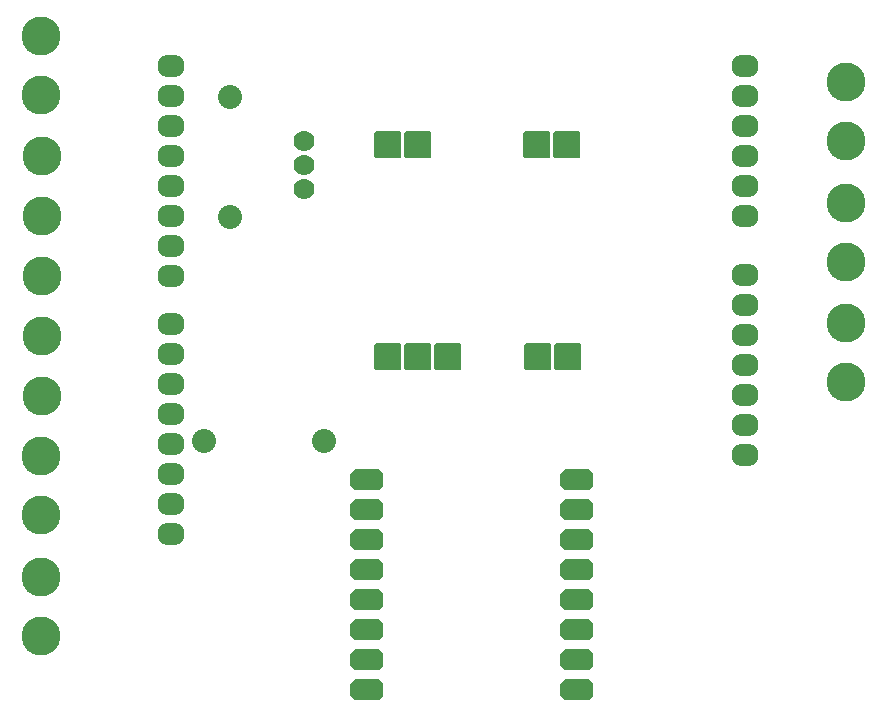
<source format=gbr>
G04 PROTEUS GERBER X2 FILE*
%TF.GenerationSoftware,Labcenter,Proteus,8.11-SP0-Build30052*%
%TF.CreationDate,2022-05-16T20:50:57+00:00*%
%TF.FileFunction,Soldermask,Bot*%
%TF.FilePolarity,Negative*%
%TF.Part,Single*%
%TF.SameCoordinates,{860b8ca4-a46b-4a59-b09f-cc4400e6bc87}*%
%FSLAX45Y45*%
%MOMM*%
G01*
%AMPPAD013*
4,1,8,
1.397000,0.509800,
1.397000,-0.509800,
1.017800,-0.889000,
-1.017800,-0.889000,
-1.397000,-0.509800,
-1.397000,0.509800,
-1.017800,0.889000,
1.017800,0.889000,
1.397000,0.509800,
0*%
%TA.AperFunction,Material*%
%ADD21PPAD013*%
%AMPPAD014*
4,1,36,
-1.127000,-0.100000,
-1.127000,0.100000,
-1.110540,0.269090,
-1.063200,0.425470,
-0.987990,0.566090,
-0.887940,0.687940,
-0.766090,0.787990,
-0.625470,0.863200,
-0.469090,0.910540,
-0.300000,0.927000,
0.300000,0.927000,
0.469090,0.910540,
0.625470,0.863200,
0.766090,0.787990,
0.887940,0.687940,
0.987990,0.566090,
1.063200,0.425470,
1.110540,0.269090,
1.127000,0.100000,
1.127000,-0.100000,
1.110540,-0.269090,
1.063200,-0.425470,
0.987990,-0.566090,
0.887940,-0.687940,
0.766090,-0.787990,
0.625470,-0.863200,
0.469090,-0.910540,
0.300000,-0.927000,
-0.300000,-0.927000,
-0.469090,-0.910540,
-0.625470,-0.863200,
-0.766090,-0.787990,
-0.887940,-0.687940,
-0.987990,-0.566090,
-1.063200,-0.425470,
-1.110540,-0.269090,
-1.127000,-0.100000,
0*%
%TA.AperFunction,Material*%
%ADD22PPAD014*%
%TA.AperFunction,Material*%
%ADD23C,3.302000*%
%TA.AperFunction,Material*%
%ADD24C,2.032000*%
%AMPPAD017*
4,1,36,
-1.016000,1.143000,
1.016000,1.143000,
1.041970,1.140470,
1.065980,1.133200,
1.087580,1.121650,
1.106290,1.106290,
1.121650,1.087570,
1.133200,1.065980,
1.140470,1.041970,
1.143000,1.016000,
1.143000,-1.016000,
1.140470,-1.041970,
1.133200,-1.065980,
1.121650,-1.087570,
1.106290,-1.106290,
1.087580,-1.121650,
1.065980,-1.133200,
1.041970,-1.140470,
1.016000,-1.143000,
-1.016000,-1.143000,
-1.041970,-1.140470,
-1.065980,-1.133200,
-1.087580,-1.121650,
-1.106290,-1.106290,
-1.121650,-1.087570,
-1.133200,-1.065980,
-1.140470,-1.041970,
-1.143000,-1.016000,
-1.143000,1.016000,
-1.140470,1.041970,
-1.133200,1.065980,
-1.121650,1.087570,
-1.106290,1.106290,
-1.087580,1.121650,
-1.065980,1.133200,
-1.041970,1.140470,
-1.016000,1.143000,
0*%
%TA.AperFunction,Material*%
%ADD25PPAD017*%
%ADD26C,1.778000*%
%TD.AperFunction*%
D21*
X-1950000Y+4544000D03*
X-1950000Y+4290000D03*
X-1950000Y+4036000D03*
X-1950000Y+3782000D03*
X-1950000Y+3528000D03*
X-1950000Y+3274000D03*
X-1950000Y+3020000D03*
X-1950000Y+2766000D03*
X-166000Y+4538000D03*
X-166000Y+4284000D03*
X-166000Y+4030000D03*
X-166000Y+3776000D03*
X-166000Y+3522000D03*
X-166000Y+3268000D03*
X-166000Y+3014000D03*
X-166000Y+2760000D03*
D22*
X+1250000Y+4750000D03*
X+1250000Y+5004000D03*
X+1250000Y+5258000D03*
X+1250000Y+5512000D03*
X+1250000Y+5766000D03*
X+1250000Y+6020000D03*
X+1250000Y+6274000D03*
X+1250000Y+6774000D03*
X+1250000Y+7028000D03*
X+1250000Y+7282000D03*
X+1250000Y+7536000D03*
X+1250000Y+7790000D03*
X+1250000Y+8044000D03*
X-3610000Y+8044000D03*
X-3610000Y+7790000D03*
X-3610000Y+7536000D03*
X-3610000Y+7282000D03*
X-3610000Y+7028000D03*
X-3610000Y+6774000D03*
X-3610000Y+6520000D03*
X-3610000Y+6266000D03*
X-3610000Y+5866000D03*
X-3610000Y+5612000D03*
X-3610000Y+5358000D03*
X-3610000Y+5104000D03*
X-3610000Y+4850000D03*
X-3610000Y+4596000D03*
X-3610000Y+4342000D03*
X-3610000Y+4088000D03*
D23*
X-4700000Y+5256000D03*
X-4700000Y+5764000D03*
X-4700000Y+6272000D03*
X-4700000Y+6780000D03*
X-4700000Y+7288000D03*
X-4710000Y+4744000D03*
X-4710000Y+4243620D03*
X-4710000Y+7800000D03*
X-4710000Y+8300380D03*
X-4710000Y+3220000D03*
X-4710000Y+3720380D03*
D24*
X-3326000Y+4870000D03*
X-2310000Y+4870000D03*
D25*
X-1770000Y+5580000D03*
X-1516000Y+5580000D03*
X-1262000Y+5580000D03*
X-500000Y+5580000D03*
X-246000Y+5580000D03*
X-510000Y+7380000D03*
X-256000Y+7380000D03*
X-1770000Y+7380000D03*
X-1516000Y+7380000D03*
D23*
X+2110000Y+7410000D03*
X+2110000Y+7910380D03*
X+2110000Y+6389620D03*
X+2110000Y+6890000D03*
D24*
X-3110000Y+6770000D03*
X-3110000Y+7786000D03*
D26*
X-2480000Y+7006800D03*
X-2480000Y+7210000D03*
X-2480000Y+7413200D03*
D23*
X+2110000Y+5370000D03*
X+2110000Y+5870380D03*
M02*

</source>
